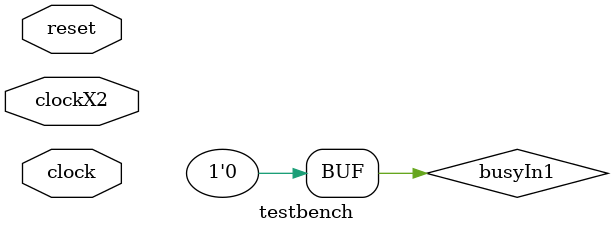
<source format=v>
module testbench ( input wire clock,
                              clockX2,
                              reset );

  wire sdramInitBusy;
  wire beginTransactionIn, endTransactionIn, readNotWriteIn, dataValidIn, busyIn;
  wire endTransactionOut, dataValidOut, busyOut;
  wire [31:0] addressDataIn, addressDataOut;
  wire [3:0]  byteEnablesIn;
  wire [7:0]  burstSizeIn;
  
  sdramController dut ( .clock(clock),
                    .clockX2(clockX2),
                    .reset(reset),
                    .memoryDistanceIn(6'd0),
                    .sdramInitBusy(sdramInitBusy),
                    .beginTransactionIn(beginTransactionIn),
                    .endTransactionIn(endTransactionIn),
                    .readNotWriteIn(readNotWriteIn),
                    .dataValidIn(dataValidIn),
                    .busErrorIn(1'b0),
                    .busyIn(busyIn),
                    .addressDataIn(addressDataIn),
                    .byteEnablesIn(byteEnablesIn),
                    .burstSizeIn(burstSizeIn),
                    .endTransactionOut(endTransactionOut),
                    .dataValidOut(dataValidOut),
                    .busyOut(busyOut),
                    .busErrorOut(),
                    .addressDataOut(addressDataOut));

  reg beginTransactionIn1, endTransactionIn1, readNotWriteIn1, dataValidIn1, busyIn1;
  reg [31:0] addressDataIn1;
  reg [3:0]  byteEnablesIn1;
  reg [7:0]  burstSizeIn1;
  
  assign beginTransactionIn = beginTransactionIn1;
  assign endTransactionIn   = endTransactionIn1 | endTransactionOut;
  assign readNotWriteIn     = readNotWriteIn1;
  assign dataValidIn        = dataValidIn1 | dataValidOut;
  assign busyIn             = busyIn1 | busyOut;
  assign addressDataIn      = addressDataIn1;
  assign byteEnablesIn      = byteEnablesIn1;
  assign burstSizeIn        = burstSizeIn1;
  
  reg [31:0] s_state, s_next;
  
  always @(posedge clock) s_state <= (reset == 1'b1) ? 0 : s_next;
  
  always @*
    begin
      beginTransactionIn1 <= 1'b0;
      endTransactionIn1   <= 1'b0;
      readNotWriteIn1     <= 1'b0;
      dataValidIn1        <= 1'b0;
      busyIn1             <= 1'b0;
      addressDataIn1      <= 32'd0;
      byteEnablesIn1      <= 4'd0;
      burstSizeIn1        <= 8'd0;
      case (s_state)
        0       : s_next <= (sdramInitBusy == 1'b1) ? 0 : 1;
        1       : s_next <= 2;
        2       : begin
                    beginTransactionIn1 <= 1'b1;
                    byteEnablesIn1      <= 4'hF;
                    burstSizeIn1        <= 8'd8;
                    s_next              <= 3;
                  end
        3       : begin
                    dataValidIn1   <= 1'b1;
                    addressDataIn1 <= 32'h01234567;
                    s_next         <= (busyIn == 1'b1) ? 3 : 4;
                  end
        4       : begin
                    dataValidIn1   <= 1'b1;
                    addressDataIn1 <= 32'h89ABCDEF;
                    s_next         <= (busyIn == 1'b1) ? 4 : 5;
                  end
        5       : begin
                    dataValidIn1   <= 1'b1;
                    addressDataIn1 <= 32'hAABB5577;
                    s_next         <= (busyIn == 1'b1) ? 5 : 6;
                  end
        6       : begin
                    endTransactionIn1 <= 1'b1;
                    s_next            <= 7;
                  end
        7       : begin
                    beginTransactionIn1 <= 1'b1;
                    byteEnablesIn1      <= 4'hF;
                    readNotWriteIn1     <= 1'b1;
                    addressDataIn1      <= 32'h3E8;
                    burstSizeIn1        <= 8'd15;
                    s_next              <= 8;
                  end
        8       : s_next <= (endTransactionIn == 1'b1) ? 9 : 8;
        9       : begin
                    beginTransactionIn1 <= 1'b1;
                    byteEnablesIn1      <= 4'h8;
                    addressDataIn1      <= 32'd1024;
                    s_next              <= 10;
                  end
        10      : begin
                    dataValidIn1   <= 1'b1;
                    addressDataIn1 <= 32'h67676767;
                    s_next         <= (busyIn == 1'b1) ? 10 : 11;
                  end
        11      : begin
                    endTransactionIn1 <= 1'b1;
                    s_next            <= 12;
                  end
        default : s_next <= s_state;
      endcase
    end

endmodule

</source>
